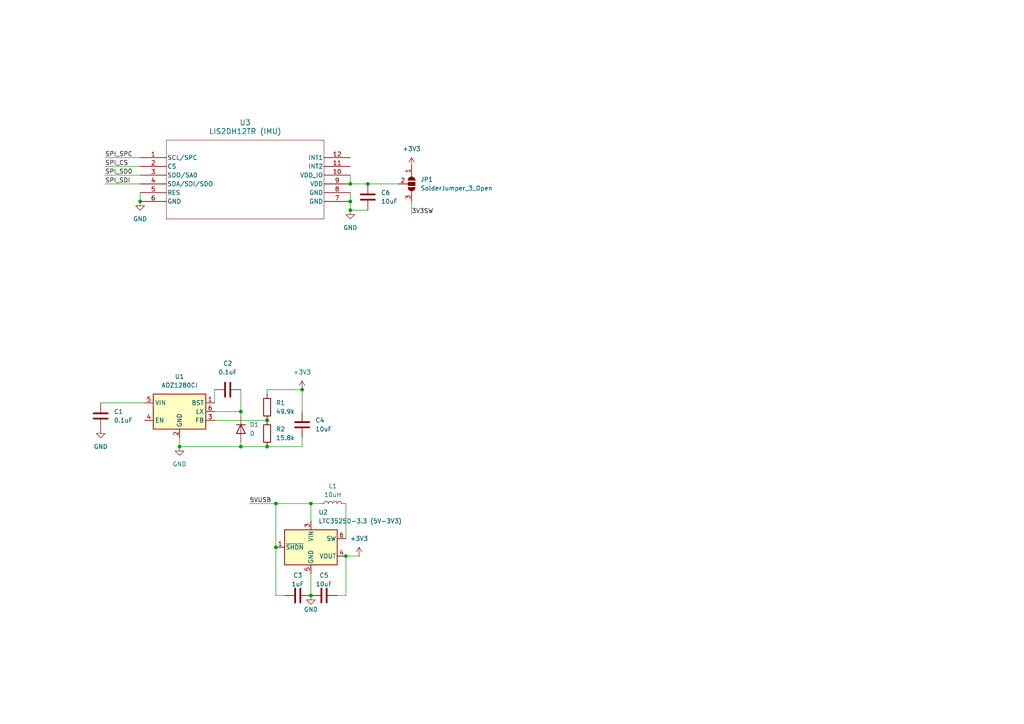
<source format=kicad_sch>
(kicad_sch (version 20231120) (generator "eeschema") (generator_version "8.0")
  (paper "A4")
  (lib_symbols
    (symbol "Device:C" (pin_numbers hide) (pin_names (offset 0.254))
      (property "Reference" "C" (at 0.635 2.54 0))
      (property "Value" "C" (at 0.635 -2.54 0))
      (symbol "C_0_1"
        (polyline (pts (xy -2.032 -0.762) (xy 2.032 -0.762)) (stroke (width 0.508)))
        (polyline (pts (xy -2.032 0.762) (xy 2.032 0.762)) (stroke (width 0.508)))
      )
      (symbol "C_1_1"
        (pin passive line (at 0 3.81 270) (length 2.794) (name "~") (number "1"))
        (pin passive line (at 0 -3.81 90) (length 2.794) (name "~") (number "2"))
      )
    )
    (symbol "Device:D" (pin_numbers hide) (pin_names (offset 1.016) hide)
      (property "Reference" "D" (at 0 2.54 0))
      (property "Value" "D" (at 0 -2.54 0))
      (symbol "D_0_1"
        (polyline (pts (xy -1.27 1.27) (xy -1.27 -1.27)) (stroke (width 0.254)))
        (polyline (pts (xy 1.27 0) (xy -1.27 0)))
        (polyline (pts (xy 1.27 1.27) (xy 1.27 -1.27) (xy -1.27 0) (xy 1.27 1.27)) (stroke (width 0.254)))
      )
      (symbol "D_1_1"
        (pin passive line (at -3.81 0 0) (length 2.54) (name "K") (number "1"))
        (pin passive line (at 3.81 0 180) (length 2.54) (name "A") (number "2"))
      )
    )
    (symbol "Device:L" (pin_numbers hide) (pin_names (offset 1.016) hide)
      (property "Reference" "L" (at -1.27 0 90))
      (property "Value" "L" (at 1.905 0 90))
      (symbol "L_0_1"
        (arc (start 0 -2.54) (mid 0.6323 -1.905) (end 0 -1.27))
        (arc (start 0 -1.27) (mid 0.6323 -0.635) (end 0 0))
        (arc (start 0 0) (mid 0.6323 0.635) (end 0 1.27))
        (arc (start 0 1.27) (mid 0.6323 1.905) (end 0 2.54))
      )
      (symbol "L_1_1"
        (pin passive line (at 0 3.81 270) (length 1.27) (name "1") (number "1"))
        (pin passive line (at 0 -3.81 90) (length 1.27) (name "2") (number "2"))
      )
    )
    (symbol "Device:R" (pin_numbers hide) (pin_names (offset 0))
      (property "Reference" "R" (at 2.032 0 90))
      (property "Value" "R" (at 0 0 90))
      (symbol "R_0_1"
        (rectangle (start -1.016 -2.54) (end 1.016 2.54) (stroke (width 0.254)))
      )
      (symbol "R_1_1"
        (pin passive line (at 0 3.81 270) (length 1.27) (name "~") (number "1"))
        (pin passive line (at 0 -3.81 90) (length 1.27) (name "~") (number "2"))
      )
    )
    (symbol "Jumper:SolderJumper_3_Open" (pin_names (offset 0) hide) (exclude_from_sim yes) (in_bom no)
      (property "Reference" "JP" (at -2.54 -2.54 0))
      (property "Value" "SolderJumper_3_Open" (at 0 2.794 0))
      (symbol "SolderJumper_3_Open_0_1"
        (arc (start -1.016 1.016) (mid -2.0276 0) (end -1.016 -1.016))
        (arc (start -1.016 1.016) (mid -2.0276 0) (end -1.016 -1.016) (fill (type outline)))
        (rectangle (start -0.508 1.016) (end 0.508 -1.016) (fill (type outline)))
        (polyline (pts (xy -2.54 0) (xy -2.032 0)))
        (polyline (pts (xy -1.016 1.016) (xy -1.016 -1.016)))
        (polyline (pts (xy 0 -1.27) (xy 0 -1.016)))
        (polyline (pts (xy 1.016 1.016) (xy 1.016 -1.016)))
        (polyline (pts (xy 2.54 0) (xy 2.032 0)))
        (arc (start 1.016 -1.016) (mid 2.0276 0) (end 1.016 1.016))
        (arc (start 1.016 -1.016) (mid 2.0276 0) (end 1.016 1.016) (fill (type outline)))
      )
      (symbol "SolderJumper_3_Open_1_1"
        (pin passive line (at -5.08 0 0) (length 2.54) (name "A") (number "1"))
        (pin passive line (at 0 -3.81 90) (length 2.54) (name "C") (number "2"))
        (pin passive line (at 5.08 0 180) (length 2.54) (name "B") (number "3"))
      )
    )
    (symbol "LIS2DH12:LIS2DH12TR" (pin_names (offset 0.254))
      (property "Reference" "U" (at 30.48 10.16 0))
      (property "Value" "LIS2DH12TR" (at 30.48 7.62 0))
      (symbol "LIS2DH12TR_0_1"
        (polyline (pts (xy 7.62 -17.78) (xy 53.34 -17.78)) (stroke (width 0.127)))
        (polyline (pts (xy 7.62 5.08) (xy 7.62 -17.78)) (stroke (width 0.127)))
        (polyline (pts (xy 53.34 -17.78) (xy 53.34 5.08)) (stroke (width 0.127)))
        (polyline (pts (xy 53.34 5.08) (xy 7.62 5.08)) (stroke (width 0.127)))
        (pin bidirectional line (at 0 0 0) (length 7.62) (name "SCL/SPC") (number "1"))
        (pin power_in line (at 60.96 -5.08 180) (length 7.62) (name "VDD_IO") (number "10"))
        (pin unspecified line (at 60.96 -2.54 180) (length 7.62) (name "INT2") (number "11"))
        (pin unspecified line (at 60.96 0 180) (length 7.62) (name "INT1") (number "12"))
        (pin bidirectional line (at 0 -2.54 0) (length 7.62) (name "CS") (number "2"))
        (pin bidirectional line (at 0 -5.08 0) (length 7.62) (name "SDO/SA0") (number "3"))
        (pin bidirectional line (at 0 -7.62 0) (length 7.62) (name "SDA/SDI/SDO") (number "4"))
        (pin unspecified line (at 0 -10.16 0) (length 7.62) (name "RES") (number "5"))
        (pin power_in line (at 0 -12.7 0) (length 7.62) (name "GND") (number "6"))
        (pin power_in line (at 60.96 -12.7 180) (length 7.62) (name "GND") (number "7"))
        (pin power_in line (at 60.96 -10.16 180) (length 7.62) (name "GND") (number "8"))
        (pin power_in line (at 60.96 -7.62 180) (length 7.62) (name "VDD") (number "9"))
      )
    )
    (symbol "Regulator_Switching:AOZ1280CI"
      (property "Reference" "U" (at -6.35 -6.35 0))
      (property "Value" "AOZ1280CI" (at -2.54 6.35 0))
      (symbol "AOZ1280CI_0_1"
        (rectangle (start -7.62 5.08) (end 7.62 -5.08) (stroke (width 0.254)) (fill (type background)))
      )
      (symbol "AOZ1280CI_1_1"
        (pin input line (at 10.16 2.54 180) (length 2.54) (name "BST") (number "1"))
        (pin power_in line (at 0 -7.62 90) (length 2.54) (name "GND") (number "2"))
        (pin input line (at 10.16 -2.54 180) (length 2.54) (name "FB") (number "3"))
        (pin input line (at -10.16 -2.54 0) (length 2.54) (name "EN") (number "4"))
        (pin power_in line (at -10.16 2.54 0) (length 2.54) (name "VIN") (number "5"))
        (pin power_out line (at 10.16 0 180) (length 2.54) (name "LX") (number "6"))
      )
    )
    (symbol "Regulator_Switching:LTC3525D-3.3" (pin_names (offset 0.254))
      (property "Reference" "U" (at -6.35 6.35 0))
      (property "Value" "LTC3525D-3.3" (at 1.27 6.35 0))
      (symbol "LTC3525D-3.3_0_1"
        (rectangle (start -7.62 5.08) (end 7.62 -5.08) (stroke (width 0.254)) (fill (type background)))
      )
      (symbol "LTC3525D-3.3_1_1"
        (pin input line (at -10.16 0 0) (length 2.54) (name "~{SHDN}") (number "1"))
        (pin passive line (at 0 -7.62 90) (length 2.54) hide (name "GND") (number "2"))
        (pin power_in line (at 0 7.62 270) (length 2.54) (name "VIN") (number "3"))
        (pin power_out line (at 10.16 -2.54 180) (length 2.54) (name "VOUT") (number "4"))
        (pin power_in line (at 0 -7.62 90) (length 2.54) (name "GND") (number "5"))
        (pin input line (at 10.16 2.54 180) (length 2.54) (name "SW") (number "6"))
      )
    )
    (symbol "power:+3V3" (power) (pin_numbers hide) (pin_names (offset 0) hide)
      (property "Value" "+3V3" (at 0 3.556 0))
      (symbol "+3V3_0_1"
        (polyline (pts (xy -0.762 1.27) (xy 0 2.54)))
        (polyline (pts (xy 0 0) (xy 0 2.54)))
        (polyline (pts (xy 0 2.54) (xy 0.762 1.27)))
      )
      (symbol "+3V3_1_1"
        (pin power_in line (at 0 0 90) (length 0) (name "~") (number "1"))
      )
    )
    (symbol "power:GND" (power) (pin_numbers hide) (pin_names (offset 0) hide)
      (property "Value" "GND" (at 0 -3.81 0))
      (symbol "GND_0_1"
        (polyline (pts (xy 0 0) (xy 0 -1.27) (xy 1.27 -1.27) (xy 0 -2.54) (xy -1.27 -1.27) (xy 0 -1.27)))
      )
      (symbol "GND_1_1"
        (pin power_in line (at 0 0 270) (length 0) (name "~") (number "1"))
      )
    )
  )
  (junction (at 52.07 129.54))
  (junction (at 87.63 113.03))
  (junction (at 40.64 58.42))
  (junction (at 69.85 119.38))
  (junction (at 101.6 58.42))
  (junction (at 100.33 161.29))
  (junction (at 90.17 172.72))
  (junction (at 80.01 146.05))
  (junction (at 69.85 129.54))
  (junction (at 106.68 53.34))
  (junction (at 77.47 129.54))
  (junction (at 80.01 158.75))
  (junction (at 90.17 146.05))
  (junction (at 101.6 60.96))
  (junction (at 77.47 121.92))
  (junction (at 101.6 53.34))
  (wire (pts (xy 101.6 50.8) (xy 101.6 53.34)))
  (wire (pts (xy 69.85 119.38) (xy 69.85 120.65)))
  (wire (pts (xy 90.17 166.37) (xy 90.17 172.72)))
  (wire (pts (xy 100.33 146.05) (xy 100.33 156.21)))
  (wire (pts (xy 80.01 158.75) (xy 80.01 172.72)))
  (wire (pts (xy 29.21 116.84) (xy 41.91 116.84)))
  (wire (pts (xy 80.01 146.05) (xy 80.01 158.75)))
  (wire (pts (xy 101.6 53.34) (xy 106.68 53.34)))
  (wire (pts (xy 77.47 113.03) (xy 77.47 114.3)))
  (wire (pts (xy 101.6 55.88) (xy 101.6 58.42)))
  (wire (pts (xy 90.17 146.05) (xy 92.71 146.05)))
  (wire (pts (xy 62.23 113.03) (xy 62.23 116.84)))
  (wire (pts (xy 30.48 45.72) (xy 40.64 45.72)))
  (wire (pts (xy 87.63 127) (xy 87.63 129.54)))
  (wire (pts (xy 87.63 113.03) (xy 77.47 113.03)))
  (wire (pts (xy 77.47 129.54) (xy 87.63 129.54)))
  (wire (pts (xy 82.55 172.72) (xy 80.01 172.72)))
  (wire (pts (xy 100.33 161.29) (xy 104.14 161.29)))
  (wire (pts (xy 30.48 50.8) (xy 40.64 50.8)))
  (wire (pts (xy 62.23 119.38) (xy 69.85 119.38)))
  (wire (pts (xy 40.64 55.88) (xy 40.64 58.42)))
  (wire (pts (xy 80.01 146.05) (xy 90.17 146.05)))
  (wire (pts (xy 106.68 53.34) (xy 115.57 53.34)))
  (wire (pts (xy 52.07 129.54) (xy 52.07 127)))
  (wire (pts (xy 69.85 113.03) (xy 69.85 119.38)))
  (wire (pts (xy 69.85 129.54) (xy 77.47 129.54)))
  (wire (pts (xy 30.48 53.34) (xy 40.64 53.34)))
  (wire (pts (xy 101.6 60.96) (xy 106.68 60.96)))
  (wire (pts (xy 119.38 62.23) (xy 119.38 58.42)))
  (wire (pts (xy 52.07 129.54) (xy 69.85 129.54)))
  (wire (pts (xy 101.6 58.42) (xy 101.6 60.96)))
  (wire (pts (xy 30.48 48.26) (xy 40.64 48.26)))
  (wire (pts (xy 100.33 172.72) (xy 100.33 161.29)))
  (wire (pts (xy 87.63 119.38) (xy 87.63 113.03)))
  (wire (pts (xy 62.23 121.92) (xy 77.47 121.92)))
  (wire (pts (xy 97.79 172.72) (xy 100.33 172.72)))
  (wire (pts (xy 72.39 146.05) (xy 80.01 146.05)))
  (wire (pts (xy 90.17 146.05) (xy 90.17 151.13)))
  (wire (pts (xy 69.85 128.27) (xy 69.85 129.54)))
  (label "SPI_SD0" (at 30.48 50.8 0))
  (label "SPI_SDI" (at 30.48 53.34 0))
  (label "SPI_CS" (at 30.48 48.26 0))
  (label "SPI_SPC" (at 30.48 45.72 0))
  (label "3V3SW" (at 119.38 62.23 0))
  (label "5VUSB" (at 72.39 146.05 0))
  (symbol (lib_id "Regulator_Switching:AOZ1280CI") (at 52.07 119.38 0) (unit 1)
    (property "Reference" "U1" (at 52.07 109.22 0))
    (property "Value" "AOZ1280CI" (at 52.07 111.76 0))
    (property "Footprint" "Package_TO_SOT_SMD:SOT-23-6" (effects (hide yes)))
    (property "Datasheet" "http://aosmd.com/res/data_sheets/AOZ1280CI.pdf" (effects (hide yes)))
    (property "Description" "1.2 A Simple Buck Regulator, 3-26V input, 1.5Mhz" (effects (hide yes)))
  )
  (symbol (lib_id "Device:R") (at 77.47 118.11 0) (unit 1)
    (property "Reference" "R1" (at 80.01 116.8399 0) (effects (justify left)))
    (property "Value" "49.9k" (at 80.01 119.3799 0) (effects (justify left)))
    (property "Description" "Resistor" (effects (hide yes)))
  )
  (symbol (lib_id "Regulator_Switching:LTC3525D-3.3") (at 90.17 158.75 0) (unit 1)
    (property "Reference" "U2" (at 92.3641 148.59 0) (effects (justify left)))
    (property "Value" "LTC3525D-3.3 (5V-3V3)" (at 92.3641 151.13 0) (effects (justify left)))
    (property "Footprint" "Package_TO_SOT_SMD:SOT-363_SC-70-6" (effects (hide yes)))
    (property "Datasheet" "https://www.analog.com/media/en/technical-documentation/data-sheets/3525d33fb.pdf" (effects (hide yes)))
    (property "Description" "Fixed 3V3, 400mA Micropower Synchronous Step-Up DC/DC Converter with Pass Through Mode, SC-70-6" (effects (hide yes)))
  )
  (symbol (lib_id "power:GND") (at 40.64 58.42 0) (unit 1)
    (property "Reference" "#PWR06" (effects (hide yes)))
    (property "Value" "GND" (at 40.64 63.5 0))
    (property "Description" "Power symbol creates a global label with name \"GND\" , ground" (effects (hide yes)))
  )
  (symbol (lib_id "LIS2DH12:LIS2DH12TR") (at 40.64 45.72 0) (unit 1)
    (property "Reference" "U3" (at 71.12 35.56 0) (effects (font (size 1.524 1.524))))
    (property "Value" "LIS2DH12TR (IMU)" (at 71.12 38.1 0) (effects (font (size 1.524 1.524))))
    (property "Footprint" "LGA-12_STM" (effects (hide yes)))
    (property "Datasheet" "LIS2DH12TR" (effects (hide yes)))
  )
  (symbol (lib_id "Device:C") (at 106.68 57.15 0) (unit 1)
    (property "Reference" "C6" (at 110.49 55.8799 0) (effects (justify left)))
    (property "Value" "10uF" (at 110.49 58.4199 0) (effects (justify left)))
    (property "Description" "Unpolarized capacitor" (effects (hide yes)))
  )
  (symbol (lib_id "Jumper:SolderJumper_3_Open") (at 119.38 53.34 270) (unit 1) (exclude_from_sim yes) (in_bom no)
    (property "Reference" "JP1" (at 121.92 52.0699 90) (effects (justify left)))
    (property "Value" "SolderJumper_3_Open" (at 121.92 54.6099 90) (effects (justify left)))
    (property "Description" "Solder Jumper, 3-pole, open" (effects (hide yes)))
  )
  (symbol (lib_id "Device:R") (at 77.47 125.73 0) (unit 1)
    (property "Reference" "R2" (at 80.01 124.4599 0) (effects (justify left)))
    (property "Value" "15.8k" (at 80.01 126.9999 0) (effects (justify left)))
    (property "Description" "Resistor" (effects (hide yes)))
  )
  (symbol (lib_id "Device:C") (at 66.04 113.03 90) (unit 1)
    (property "Reference" "C2" (at 66.04 105.41 90))
    (property "Value" "0.1uF" (at 66.04 107.95 90))
    (property "Description" "Unpolarized capacitor" (effects (hide yes)))
  )
  (symbol (lib_id "Device:C") (at 93.98 172.72 90) (unit 1)
    (property "Reference" "C5" (at 93.98 166.878 90))
    (property "Value" "10uF" (at 93.98 169.418 90))
    (property "Description" "Unpolarized capacitor" (effects (hide yes)))
  )
  (symbol (lib_id "Device:L") (at 96.52 146.05 90) (unit 1)
    (property "Reference" "L1" (at 96.52 140.97 90))
    (property "Value" "10uH" (at 96.52 143.51 90))
    (property "Description" "Inductor" (effects (hide yes)))
  )
  (symbol (lib_id "power:GND") (at 29.21 124.46 0) (unit 1)
    (property "Reference" "#PWR01" (effects (hide yes)))
    (property "Value" "GND" (at 29.21 129.54 0))
    (property "Description" "Power symbol creates a global label with name \"GND\" , ground" (effects (hide yes)))
  )
  (symbol (lib_id "Device:C") (at 29.21 120.65 180) (unit 1)
    (property "Reference" "C1" (at 33.02 119.3799 0) (effects (justify right)))
    (property "Value" "0.1uF" (at 33.02 121.9199 0) (effects (justify right)))
    (property "Description" "Unpolarized capacitor" (effects (hide yes)))
  )
  (symbol (lib_id "power:+3V3") (at 119.38 48.26 0) (unit 1)
    (property "Reference" "#PWR08" (effects (hide yes)))
    (property "Value" "+3V3" (at 119.38 43.18 0))
    (property "Description" "Power symbol creates a global label with name \"+3V3\"" (effects (hide yes)))
  )
  (symbol (lib_id "Device:D") (at 69.85 124.46 270) (unit 1)
    (property "Reference" "D1" (at 72.39 123.1899 90) (effects (justify left)))
    (property "Value" "D" (at 72.39 125.7299 90) (effects (justify left)))
    (property "Description" "Diode" (effects (hide yes)))
    (property "Sim.Device" "D" (effects (hide yes)))
    (property "Sim.Pins" "1=K 2=A" (effects (hide yes)))
  )
  (symbol (lib_id "power:GND") (at 101.6 60.96 0) (unit 1)
    (property "Reference" "#PWR07" (effects (hide yes)))
    (property "Value" "GND" (at 101.6 66.04 0))
    (property "Description" "Power symbol creates a global label with name \"GND\" , ground" (effects (hide yes)))
  )
  (symbol (lib_id "power:GND") (at 90.17 172.72 0) (unit 1)
    (property "Reference" "#PWR04" (effects (hide yes)))
    (property "Value" "GND" (at 90.17 176.784 0))
    (property "Description" "Power symbol creates a global label with name \"GND\" , ground" (effects (hide yes)))
  )
  (symbol (lib_id "power:+3V3") (at 87.63 113.03 0) (unit 1)
    (property "Reference" "#PWR03" (effects (hide yes)))
    (property "Value" "+3V3" (at 87.63 107.95 0))
    (property "Description" "Power symbol creates a global label with name \"+3V3\"" (effects (hide yes)))
  )
  (symbol (lib_id "power:GND") (at 52.07 129.54 0) (unit 1)
    (property "Reference" "#PWR02" (effects (hide yes)))
    (property "Value" "GND" (at 52.07 134.62 0))
    (property "Description" "Power symbol creates a global label with name \"GND\" , ground" (effects (hide yes)))
  )
  (symbol (lib_id "Device:C") (at 86.36 172.72 90) (unit 1)
    (property "Reference" "C3" (at 86.36 166.878 90))
    (property "Value" "1uF" (at 86.36 169.418 90))
    (property "Description" "Unpolarized capacitor" (effects (hide yes)))
  )
  (symbol (lib_id "Device:C") (at 87.63 123.19 0) (unit 1)
    (property "Reference" "C4" (at 91.44 121.9199 0) (effects (justify left)))
    (property "Value" "10uF" (at 91.44 124.4599 0) (effects (justify left)))
    (property "Description" "Unpolarized capacitor" (effects (hide yes)))
  )
  (symbol (lib_id "power:+3V3") (at 104.14 161.29 0) (unit 1)
    (property "Reference" "#PWR05" (effects (hide yes)))
    (property "Value" "+3V3" (at 104.14 156.21 0))
    (property "Description" "Power symbol creates a global label with name \"+3V3\"" (effects (hide yes)))
  )
)
</source>
